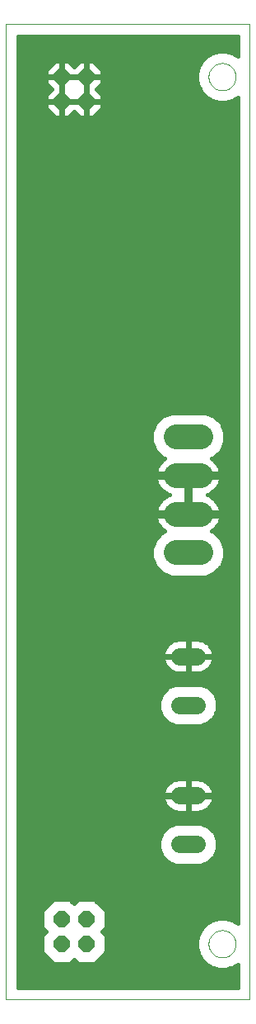
<source format=gtl>
G75*
%MOIN*%
%OFA0B0*%
%FSLAX24Y24*%
%IPPOS*%
%LPD*%
%AMOC8*
5,1,8,0,0,1.08239X$1,22.5*
%
%ADD10C,0.0000*%
%ADD11OC8,0.0640*%
%ADD12C,0.0710*%
%ADD13C,0.1004*%
%ADD14C,0.0160*%
D10*
X057015Y003890D02*
X057015Y043260D01*
X066882Y043260D01*
X066882Y003890D01*
X057015Y003890D01*
X065215Y006140D02*
X065217Y006187D01*
X065223Y006233D01*
X065233Y006279D01*
X065246Y006323D01*
X065264Y006367D01*
X065285Y006408D01*
X065309Y006448D01*
X065337Y006486D01*
X065368Y006521D01*
X065402Y006553D01*
X065438Y006582D01*
X065477Y006608D01*
X065517Y006631D01*
X065560Y006650D01*
X065604Y006666D01*
X065649Y006678D01*
X065695Y006686D01*
X065742Y006690D01*
X065788Y006690D01*
X065835Y006686D01*
X065881Y006678D01*
X065926Y006666D01*
X065970Y006650D01*
X066013Y006631D01*
X066053Y006608D01*
X066092Y006582D01*
X066128Y006553D01*
X066162Y006521D01*
X066193Y006486D01*
X066221Y006448D01*
X066245Y006408D01*
X066266Y006367D01*
X066284Y006323D01*
X066297Y006279D01*
X066307Y006233D01*
X066313Y006187D01*
X066315Y006140D01*
X066313Y006093D01*
X066307Y006047D01*
X066297Y006001D01*
X066284Y005957D01*
X066266Y005913D01*
X066245Y005872D01*
X066221Y005832D01*
X066193Y005794D01*
X066162Y005759D01*
X066128Y005727D01*
X066092Y005698D01*
X066053Y005672D01*
X066013Y005649D01*
X065970Y005630D01*
X065926Y005614D01*
X065881Y005602D01*
X065835Y005594D01*
X065788Y005590D01*
X065742Y005590D01*
X065695Y005594D01*
X065649Y005602D01*
X065604Y005614D01*
X065560Y005630D01*
X065517Y005649D01*
X065477Y005672D01*
X065438Y005698D01*
X065402Y005727D01*
X065368Y005759D01*
X065337Y005794D01*
X065309Y005832D01*
X065285Y005872D01*
X065264Y005913D01*
X065246Y005957D01*
X065233Y006001D01*
X065223Y006047D01*
X065217Y006093D01*
X065215Y006140D01*
X065215Y041140D02*
X065217Y041187D01*
X065223Y041233D01*
X065233Y041279D01*
X065246Y041323D01*
X065264Y041367D01*
X065285Y041408D01*
X065309Y041448D01*
X065337Y041486D01*
X065368Y041521D01*
X065402Y041553D01*
X065438Y041582D01*
X065477Y041608D01*
X065517Y041631D01*
X065560Y041650D01*
X065604Y041666D01*
X065649Y041678D01*
X065695Y041686D01*
X065742Y041690D01*
X065788Y041690D01*
X065835Y041686D01*
X065881Y041678D01*
X065926Y041666D01*
X065970Y041650D01*
X066013Y041631D01*
X066053Y041608D01*
X066092Y041582D01*
X066128Y041553D01*
X066162Y041521D01*
X066193Y041486D01*
X066221Y041448D01*
X066245Y041408D01*
X066266Y041367D01*
X066284Y041323D01*
X066297Y041279D01*
X066307Y041233D01*
X066313Y041187D01*
X066315Y041140D01*
X066313Y041093D01*
X066307Y041047D01*
X066297Y041001D01*
X066284Y040957D01*
X066266Y040913D01*
X066245Y040872D01*
X066221Y040832D01*
X066193Y040794D01*
X066162Y040759D01*
X066128Y040727D01*
X066092Y040698D01*
X066053Y040672D01*
X066013Y040649D01*
X065970Y040630D01*
X065926Y040614D01*
X065881Y040602D01*
X065835Y040594D01*
X065788Y040590D01*
X065742Y040590D01*
X065695Y040594D01*
X065649Y040602D01*
X065604Y040614D01*
X065560Y040630D01*
X065517Y040649D01*
X065477Y040672D01*
X065438Y040698D01*
X065402Y040727D01*
X065368Y040759D01*
X065337Y040794D01*
X065309Y040832D01*
X065285Y040872D01*
X065264Y040913D01*
X065246Y040957D01*
X065233Y041001D01*
X065223Y041047D01*
X065217Y041093D01*
X065215Y041140D01*
D11*
X060265Y041140D03*
X059265Y041140D03*
X059265Y040140D03*
X060265Y040140D03*
X060265Y007140D03*
X059265Y007140D03*
X059265Y006140D03*
X060265Y006140D03*
D12*
X064035Y010156D02*
X064745Y010156D01*
X064745Y012124D02*
X064035Y012124D01*
X064035Y015781D02*
X064745Y015781D01*
X064745Y017749D02*
X064035Y017749D01*
D13*
X063888Y021926D02*
X064892Y021926D01*
X064892Y023485D02*
X063888Y023485D01*
X063888Y025045D02*
X064892Y025045D01*
X064892Y026604D02*
X063888Y026604D01*
D14*
X063244Y027348D02*
X057495Y027348D01*
X057495Y027190D02*
X063085Y027190D01*
X063056Y027160D02*
X062906Y026799D01*
X062906Y026408D01*
X063056Y026047D01*
X063332Y025771D01*
X063431Y025730D01*
X063430Y025729D01*
X063345Y025664D01*
X063269Y025588D01*
X063203Y025502D01*
X063149Y025409D01*
X063108Y025309D01*
X063080Y025205D01*
X063070Y025125D01*
X064310Y025125D01*
X064310Y024965D01*
X063070Y024965D01*
X063080Y024884D01*
X063108Y024780D01*
X063149Y024680D01*
X063203Y024587D01*
X063269Y024501D01*
X063345Y024425D01*
X063430Y024360D01*
X063524Y024306D01*
X063622Y024265D01*
X063524Y024224D01*
X063430Y024170D01*
X063345Y024105D01*
X063269Y024029D01*
X063203Y023943D01*
X063149Y023850D01*
X063108Y023750D01*
X063080Y023646D01*
X063070Y023565D01*
X064310Y023565D01*
X064310Y023405D01*
X063070Y023405D01*
X063080Y023325D01*
X063108Y023221D01*
X063149Y023121D01*
X063203Y023028D01*
X063269Y022942D01*
X063345Y022866D01*
X063430Y022801D01*
X063431Y022800D01*
X063332Y022759D01*
X063056Y022483D01*
X062906Y022122D01*
X062906Y021731D01*
X063056Y021370D01*
X063332Y021094D01*
X063693Y020944D01*
X065087Y020944D01*
X065448Y021094D01*
X065724Y021370D01*
X065874Y021731D01*
X065874Y022122D01*
X065724Y022483D01*
X065448Y022759D01*
X065349Y022800D01*
X065350Y022801D01*
X065435Y022866D01*
X065511Y022942D01*
X065577Y023028D01*
X065631Y023121D01*
X065672Y023221D01*
X065700Y023325D01*
X065710Y023405D01*
X064470Y023405D01*
X064470Y023565D01*
X065710Y023565D01*
X065700Y023646D01*
X065672Y023750D01*
X065631Y023850D01*
X065577Y023943D01*
X065511Y024029D01*
X065435Y024105D01*
X065350Y024170D01*
X065256Y024224D01*
X065158Y024265D01*
X065256Y024306D01*
X065350Y024360D01*
X065435Y024425D01*
X065511Y024501D01*
X065577Y024587D01*
X065631Y024680D01*
X065672Y024780D01*
X065700Y024884D01*
X065710Y024965D01*
X064470Y024965D01*
X064470Y025125D01*
X065710Y025125D01*
X065700Y025205D01*
X065672Y025309D01*
X065631Y025409D01*
X065577Y025502D01*
X065511Y025588D01*
X065435Y025664D01*
X065350Y025729D01*
X065349Y025730D01*
X065448Y025771D01*
X065724Y026047D01*
X065874Y026408D01*
X065874Y026799D01*
X065724Y027160D01*
X065448Y027436D01*
X065087Y027586D01*
X063693Y027586D01*
X063332Y027436D01*
X063056Y027160D01*
X063002Y027031D02*
X057495Y027031D01*
X057495Y026873D02*
X062937Y026873D01*
X062906Y026714D02*
X057495Y026714D01*
X057495Y026556D02*
X062906Y026556D01*
X062911Y026397D02*
X057495Y026397D01*
X057495Y026239D02*
X062976Y026239D01*
X063042Y026080D02*
X057495Y026080D01*
X057495Y025922D02*
X063181Y025922D01*
X063351Y025763D02*
X057495Y025763D01*
X057495Y025605D02*
X063286Y025605D01*
X063171Y025446D02*
X057495Y025446D01*
X057495Y025288D02*
X063102Y025288D01*
X063070Y025129D02*
X057495Y025129D01*
X057495Y024971D02*
X064310Y024971D01*
X064310Y024965D02*
X064470Y024965D01*
X064470Y024223D01*
X064470Y023565D01*
X064310Y023565D01*
X064310Y024965D01*
X064310Y024812D02*
X064470Y024812D01*
X064470Y024654D02*
X064310Y024654D01*
X064310Y024495D02*
X064470Y024495D01*
X064470Y024337D02*
X064310Y024337D01*
X064310Y024178D02*
X064470Y024178D01*
X064470Y024020D02*
X064310Y024020D01*
X064310Y023861D02*
X064470Y023861D01*
X064470Y023703D02*
X064310Y023703D01*
X064310Y023544D02*
X057495Y023544D01*
X057495Y023386D02*
X063072Y023386D01*
X063106Y023227D02*
X057495Y023227D01*
X057495Y023069D02*
X063180Y023069D01*
X063301Y022910D02*
X057495Y022910D01*
X057495Y022752D02*
X063324Y022752D01*
X063166Y022593D02*
X057495Y022593D01*
X057495Y022435D02*
X063036Y022435D01*
X062970Y022276D02*
X057495Y022276D01*
X057495Y022118D02*
X062906Y022118D01*
X062906Y021959D02*
X057495Y021959D01*
X057495Y021801D02*
X062906Y021801D01*
X062943Y021642D02*
X057495Y021642D01*
X057495Y021484D02*
X063009Y021484D01*
X063101Y021325D02*
X057495Y021325D01*
X057495Y021167D02*
X063259Y021167D01*
X063539Y021008D02*
X057495Y021008D01*
X057495Y020850D02*
X066402Y020850D01*
X066402Y021008D02*
X065241Y021008D01*
X065521Y021167D02*
X066402Y021167D01*
X066402Y021325D02*
X065679Y021325D01*
X065771Y021484D02*
X066402Y021484D01*
X066402Y021642D02*
X065837Y021642D01*
X065874Y021801D02*
X066402Y021801D01*
X066402Y021959D02*
X065874Y021959D01*
X065874Y022118D02*
X066402Y022118D01*
X066402Y022276D02*
X065810Y022276D01*
X065744Y022435D02*
X066402Y022435D01*
X066402Y022593D02*
X065614Y022593D01*
X065456Y022752D02*
X066402Y022752D01*
X066402Y022910D02*
X065479Y022910D01*
X065600Y023069D02*
X066402Y023069D01*
X066402Y023227D02*
X065674Y023227D01*
X065708Y023386D02*
X066402Y023386D01*
X066402Y023544D02*
X064470Y023544D01*
X063262Y024020D02*
X057495Y024020D01*
X057495Y024178D02*
X063444Y024178D01*
X063470Y024337D02*
X057495Y024337D01*
X057495Y024495D02*
X063275Y024495D01*
X063165Y024654D02*
X057495Y024654D01*
X057495Y024812D02*
X063099Y024812D01*
X063156Y023861D02*
X057495Y023861D01*
X057495Y023703D02*
X063095Y023703D01*
X064470Y024971D02*
X066402Y024971D01*
X066402Y025129D02*
X065710Y025129D01*
X065678Y025288D02*
X066402Y025288D01*
X066402Y025446D02*
X065609Y025446D01*
X065494Y025605D02*
X066402Y025605D01*
X066402Y025763D02*
X065429Y025763D01*
X065599Y025922D02*
X066402Y025922D01*
X066402Y026080D02*
X065738Y026080D01*
X065804Y026239D02*
X066402Y026239D01*
X066402Y026397D02*
X065869Y026397D01*
X065874Y026556D02*
X066402Y026556D01*
X066402Y026714D02*
X065874Y026714D01*
X065843Y026873D02*
X066402Y026873D01*
X066402Y027031D02*
X065778Y027031D01*
X065695Y027190D02*
X066402Y027190D01*
X066402Y027348D02*
X065536Y027348D01*
X065278Y027507D02*
X066402Y027507D01*
X066402Y027665D02*
X057495Y027665D01*
X057495Y027507D02*
X063502Y027507D01*
X066402Y027824D02*
X057495Y027824D01*
X057495Y027982D02*
X066402Y027982D01*
X066402Y028141D02*
X057495Y028141D01*
X057495Y028299D02*
X066402Y028299D01*
X066402Y028458D02*
X057495Y028458D01*
X057495Y028616D02*
X066402Y028616D01*
X066402Y028775D02*
X057495Y028775D01*
X057495Y028933D02*
X066402Y028933D01*
X066402Y029092D02*
X057495Y029092D01*
X057495Y029250D02*
X066402Y029250D01*
X066402Y029409D02*
X057495Y029409D01*
X057495Y029567D02*
X066402Y029567D01*
X066402Y029726D02*
X057495Y029726D01*
X057495Y029884D02*
X066402Y029884D01*
X066402Y030043D02*
X057495Y030043D01*
X057495Y030201D02*
X066402Y030201D01*
X066402Y030360D02*
X057495Y030360D01*
X057495Y030518D02*
X066402Y030518D01*
X066402Y030677D02*
X057495Y030677D01*
X057495Y030835D02*
X066402Y030835D01*
X066402Y030994D02*
X057495Y030994D01*
X057495Y031152D02*
X066402Y031152D01*
X066402Y031311D02*
X057495Y031311D01*
X057495Y031469D02*
X066402Y031469D01*
X066402Y031628D02*
X057495Y031628D01*
X057495Y031786D02*
X066402Y031786D01*
X066402Y031945D02*
X057495Y031945D01*
X057495Y032103D02*
X066402Y032103D01*
X066402Y032262D02*
X057495Y032262D01*
X057495Y032420D02*
X066402Y032420D01*
X066402Y032579D02*
X057495Y032579D01*
X057495Y032737D02*
X066402Y032737D01*
X066402Y032896D02*
X057495Y032896D01*
X057495Y033054D02*
X066402Y033054D01*
X066402Y033213D02*
X057495Y033213D01*
X057495Y033371D02*
X066402Y033371D01*
X066402Y033530D02*
X057495Y033530D01*
X057495Y033688D02*
X066402Y033688D01*
X066402Y033847D02*
X057495Y033847D01*
X057495Y034005D02*
X066402Y034005D01*
X066402Y034164D02*
X057495Y034164D01*
X057495Y034322D02*
X066402Y034322D01*
X066402Y034481D02*
X057495Y034481D01*
X057495Y034639D02*
X066402Y034639D01*
X066402Y034798D02*
X057495Y034798D01*
X057495Y034956D02*
X066402Y034956D01*
X066402Y035115D02*
X057495Y035115D01*
X057495Y035273D02*
X066402Y035273D01*
X066402Y035432D02*
X057495Y035432D01*
X057495Y035590D02*
X066402Y035590D01*
X066402Y035749D02*
X057495Y035749D01*
X057495Y035907D02*
X066402Y035907D01*
X066402Y036066D02*
X057495Y036066D01*
X057495Y036224D02*
X066402Y036224D01*
X066402Y036383D02*
X057495Y036383D01*
X057495Y036541D02*
X066402Y036541D01*
X066402Y036700D02*
X057495Y036700D01*
X057495Y036858D02*
X066402Y036858D01*
X066402Y037017D02*
X057495Y037017D01*
X057495Y037175D02*
X066402Y037175D01*
X066402Y037334D02*
X057495Y037334D01*
X057495Y037492D02*
X066402Y037492D01*
X066402Y037651D02*
X057495Y037651D01*
X057495Y037809D02*
X066402Y037809D01*
X066402Y037968D02*
X057495Y037968D01*
X057495Y038126D02*
X066402Y038126D01*
X066402Y038285D02*
X057495Y038285D01*
X057495Y038443D02*
X066402Y038443D01*
X066402Y038602D02*
X057495Y038602D01*
X057495Y038760D02*
X066402Y038760D01*
X066402Y038919D02*
X057495Y038919D01*
X057495Y039077D02*
X066402Y039077D01*
X066402Y039236D02*
X057495Y039236D01*
X057495Y039394D02*
X066402Y039394D01*
X066402Y039553D02*
X060583Y039553D01*
X060530Y039500D02*
X060905Y039875D01*
X060905Y040120D01*
X060285Y040120D01*
X060285Y040160D01*
X060905Y040160D01*
X060905Y040405D01*
X060670Y040640D01*
X060905Y040875D01*
X060905Y041120D01*
X060285Y041120D01*
X060285Y041160D01*
X060905Y041160D01*
X060905Y041405D01*
X060530Y041780D01*
X060285Y041780D01*
X060285Y041160D01*
X060245Y041160D01*
X060245Y041780D01*
X060000Y041780D01*
X059765Y041545D01*
X059530Y041780D01*
X059285Y041780D01*
X059285Y041160D01*
X059245Y041160D01*
X059245Y041780D01*
X059000Y041780D01*
X058625Y041405D01*
X058625Y041160D01*
X059245Y041160D01*
X059245Y041120D01*
X058625Y041120D01*
X058625Y040875D01*
X058860Y040640D01*
X058625Y040405D01*
X058625Y040160D01*
X059245Y040160D01*
X059245Y041120D01*
X059285Y041120D01*
X059285Y041160D01*
X060245Y041160D01*
X060245Y041120D01*
X059625Y041120D01*
X059285Y041120D01*
X059285Y040500D01*
X059285Y040160D01*
X059245Y040160D01*
X059245Y040120D01*
X059285Y040120D01*
X059285Y040160D01*
X060245Y040160D01*
X060245Y041120D01*
X060285Y041120D01*
X060285Y040500D01*
X060285Y040160D01*
X060245Y040160D01*
X060245Y040120D01*
X060285Y040120D01*
X060285Y039500D01*
X060530Y039500D01*
X060285Y039553D02*
X060245Y039553D01*
X060245Y039500D02*
X060245Y040120D01*
X059625Y040120D01*
X059285Y040120D01*
X059285Y039500D01*
X059530Y039500D01*
X059765Y039735D01*
X060000Y039500D01*
X060245Y039500D01*
X060245Y039711D02*
X060285Y039711D01*
X060285Y039870D02*
X060245Y039870D01*
X060245Y040028D02*
X060285Y040028D01*
X060285Y040187D02*
X060245Y040187D01*
X060245Y040345D02*
X060285Y040345D01*
X060285Y040504D02*
X060245Y040504D01*
X060245Y040662D02*
X060285Y040662D01*
X060285Y040821D02*
X060245Y040821D01*
X060245Y040979D02*
X060285Y040979D01*
X060285Y041138D02*
X064735Y041138D01*
X064735Y041004D02*
X064735Y041276D01*
X064805Y041538D01*
X064941Y041772D01*
X065133Y041964D01*
X065367Y042100D01*
X065629Y042170D01*
X065901Y042170D01*
X066163Y042100D01*
X066397Y041964D01*
X066402Y041960D01*
X066402Y042780D01*
X057495Y042780D01*
X057495Y004370D01*
X066402Y004370D01*
X066402Y005320D01*
X066397Y005316D01*
X066163Y005180D01*
X065901Y005110D01*
X065629Y005110D01*
X065367Y005180D01*
X065133Y005316D01*
X064941Y005508D01*
X064805Y005742D01*
X064735Y006004D01*
X064735Y006276D01*
X064805Y006538D01*
X064941Y006772D01*
X065133Y006964D01*
X065367Y007100D01*
X065629Y007170D01*
X065901Y007170D01*
X066163Y007100D01*
X066397Y006964D01*
X066402Y006960D01*
X066402Y040320D01*
X066397Y040316D01*
X066163Y040180D01*
X065901Y040110D01*
X065629Y040110D01*
X065367Y040180D01*
X065133Y040316D01*
X064941Y040508D01*
X064805Y040742D01*
X064735Y041004D01*
X064742Y040979D02*
X060905Y040979D01*
X060851Y040821D02*
X064784Y040821D01*
X064852Y040662D02*
X060692Y040662D01*
X060807Y040504D02*
X064945Y040504D01*
X065103Y040345D02*
X060905Y040345D01*
X060905Y040187D02*
X065356Y040187D01*
X066174Y040187D02*
X066402Y040187D01*
X066402Y040028D02*
X060905Y040028D01*
X060900Y039870D02*
X066402Y039870D01*
X066402Y039711D02*
X060741Y039711D01*
X059947Y039553D02*
X059583Y039553D01*
X059741Y039711D02*
X059789Y039711D01*
X059285Y039711D02*
X059245Y039711D01*
X059245Y039553D02*
X059285Y039553D01*
X059245Y039500D02*
X059245Y040120D01*
X058625Y040120D01*
X058625Y039875D01*
X059000Y039500D01*
X059245Y039500D01*
X058947Y039553D02*
X057495Y039553D01*
X057495Y039711D02*
X058789Y039711D01*
X058630Y039870D02*
X057495Y039870D01*
X057495Y040028D02*
X058625Y040028D01*
X058625Y040187D02*
X057495Y040187D01*
X057495Y040345D02*
X058625Y040345D01*
X058723Y040504D02*
X057495Y040504D01*
X057495Y040662D02*
X058838Y040662D01*
X058679Y040821D02*
X057495Y040821D01*
X057495Y040979D02*
X058625Y040979D01*
X058625Y041296D02*
X057495Y041296D01*
X057495Y041138D02*
X059245Y041138D01*
X059285Y041138D02*
X060245Y041138D01*
X060245Y041296D02*
X060285Y041296D01*
X060285Y041455D02*
X060245Y041455D01*
X060245Y041613D02*
X060285Y041613D01*
X060285Y041772D02*
X060245Y041772D01*
X059991Y041772D02*
X059539Y041772D01*
X059697Y041613D02*
X059833Y041613D01*
X059285Y041613D02*
X059245Y041613D01*
X059245Y041455D02*
X059285Y041455D01*
X059285Y041296D02*
X059245Y041296D01*
X059245Y040979D02*
X059285Y040979D01*
X059285Y040821D02*
X059245Y040821D01*
X059245Y040662D02*
X059285Y040662D01*
X059285Y040504D02*
X059245Y040504D01*
X059245Y040345D02*
X059285Y040345D01*
X059285Y040187D02*
X059245Y040187D01*
X059245Y040028D02*
X059285Y040028D01*
X059285Y039870D02*
X059245Y039870D01*
X058674Y041455D02*
X057495Y041455D01*
X057495Y041613D02*
X058833Y041613D01*
X058991Y041772D02*
X057495Y041772D01*
X057495Y041930D02*
X065098Y041930D01*
X064940Y041772D02*
X060539Y041772D01*
X060697Y041613D02*
X064849Y041613D01*
X064783Y041455D02*
X060856Y041455D01*
X060905Y041296D02*
X064740Y041296D01*
X065348Y042089D02*
X057495Y042089D01*
X057495Y042247D02*
X066402Y042247D01*
X066402Y042089D02*
X066182Y042089D01*
X066402Y042406D02*
X057495Y042406D01*
X057495Y042564D02*
X066402Y042564D01*
X066402Y042723D02*
X057495Y042723D01*
X059245Y041772D02*
X059285Y041772D01*
X065681Y024812D02*
X066402Y024812D01*
X066402Y024654D02*
X065615Y024654D01*
X065505Y024495D02*
X066402Y024495D01*
X066402Y024337D02*
X065310Y024337D01*
X065336Y024178D02*
X066402Y024178D01*
X066402Y024020D02*
X065518Y024020D01*
X065624Y023861D02*
X066402Y023861D01*
X066402Y023703D02*
X065685Y023703D01*
X066402Y020691D02*
X057495Y020691D01*
X057495Y020533D02*
X066402Y020533D01*
X066402Y020374D02*
X057495Y020374D01*
X057495Y020216D02*
X066402Y020216D01*
X066402Y020057D02*
X057495Y020057D01*
X057495Y019899D02*
X066402Y019899D01*
X066402Y019740D02*
X057495Y019740D01*
X057495Y019582D02*
X066402Y019582D01*
X066402Y019423D02*
X057495Y019423D01*
X057495Y019265D02*
X066402Y019265D01*
X066402Y019106D02*
X057495Y019106D01*
X057495Y018948D02*
X066402Y018948D01*
X066402Y018789D02*
X057495Y018789D01*
X057495Y018631D02*
X066402Y018631D01*
X066402Y018472D02*
X057495Y018472D01*
X057495Y018314D02*
X063662Y018314D01*
X063659Y018312D02*
X063589Y018258D01*
X063526Y018195D01*
X063473Y018125D01*
X063428Y018048D01*
X063394Y017967D01*
X063372Y017881D01*
X063360Y017793D01*
X063360Y017787D01*
X064352Y017787D01*
X064352Y017712D01*
X063360Y017712D01*
X063360Y017705D01*
X063372Y017617D01*
X063394Y017532D01*
X063428Y017450D01*
X063473Y017373D01*
X063526Y017303D01*
X063589Y017241D01*
X063659Y017187D01*
X063736Y017143D01*
X063818Y017109D01*
X063903Y017086D01*
X063991Y017074D01*
X064352Y017074D01*
X064352Y017712D01*
X064428Y017712D01*
X064428Y017787D01*
X065420Y017787D01*
X065420Y017793D01*
X065408Y017881D01*
X065386Y017967D01*
X065352Y018048D01*
X065307Y018125D01*
X065254Y018195D01*
X065191Y018258D01*
X065121Y018312D01*
X065044Y018356D01*
X064962Y018390D01*
X064877Y018413D01*
X064789Y018424D01*
X064428Y018424D01*
X064428Y017787D01*
X064352Y017787D01*
X064352Y018424D01*
X063991Y018424D01*
X063903Y018413D01*
X063818Y018390D01*
X063736Y018356D01*
X063659Y018312D01*
X063496Y018155D02*
X057495Y018155D01*
X057495Y017997D02*
X063407Y017997D01*
X063366Y017838D02*
X057495Y017838D01*
X057495Y017680D02*
X063363Y017680D01*
X063399Y017521D02*
X057495Y017521D01*
X057495Y017363D02*
X063481Y017363D01*
X063637Y017204D02*
X057495Y017204D01*
X057495Y017046D02*
X066402Y017046D01*
X066402Y017204D02*
X065143Y017204D01*
X065121Y017187D02*
X065191Y017241D01*
X065254Y017303D01*
X065307Y017373D01*
X065352Y017450D01*
X065386Y017532D01*
X065408Y017617D01*
X065420Y017705D01*
X065420Y017712D01*
X064428Y017712D01*
X064428Y017074D01*
X064789Y017074D01*
X064877Y017086D01*
X064962Y017109D01*
X065044Y017143D01*
X065121Y017187D01*
X065299Y017363D02*
X066402Y017363D01*
X066402Y017521D02*
X065381Y017521D01*
X065417Y017680D02*
X066402Y017680D01*
X066402Y017838D02*
X065414Y017838D01*
X065373Y017997D02*
X066402Y017997D01*
X066402Y018155D02*
X065284Y018155D01*
X065118Y018314D02*
X066402Y018314D01*
X066402Y016887D02*
X057495Y016887D01*
X057495Y016729D02*
X066402Y016729D01*
X066402Y016570D02*
X065021Y016570D01*
X064911Y016616D02*
X063869Y016616D01*
X063562Y016489D01*
X063327Y016254D01*
X063200Y015947D01*
X063200Y015615D01*
X063327Y015308D01*
X063562Y015073D01*
X063869Y014946D01*
X064911Y014946D01*
X065218Y015073D01*
X065453Y015308D01*
X065580Y015615D01*
X065580Y015947D01*
X065453Y016254D01*
X065218Y016489D01*
X064911Y016616D01*
X065295Y016412D02*
X066402Y016412D01*
X066402Y016253D02*
X065453Y016253D01*
X065519Y016095D02*
X066402Y016095D01*
X066402Y015936D02*
X065580Y015936D01*
X065580Y015778D02*
X066402Y015778D01*
X066402Y015619D02*
X065580Y015619D01*
X065516Y015461D02*
X066402Y015461D01*
X066402Y015302D02*
X065447Y015302D01*
X065289Y015144D02*
X066402Y015144D01*
X066402Y014985D02*
X065006Y014985D01*
X063774Y014985D02*
X057495Y014985D01*
X057495Y014827D02*
X066402Y014827D01*
X066402Y014668D02*
X057495Y014668D01*
X057495Y014510D02*
X066402Y014510D01*
X066402Y014351D02*
X057495Y014351D01*
X057495Y014193D02*
X066402Y014193D01*
X066402Y014034D02*
X057495Y014034D01*
X057495Y013876D02*
X066402Y013876D01*
X066402Y013717D02*
X057495Y013717D01*
X057495Y013559D02*
X066402Y013559D01*
X066402Y013400D02*
X057495Y013400D01*
X057495Y013242D02*
X066402Y013242D01*
X066402Y013083D02*
X057495Y013083D01*
X057495Y012925D02*
X066402Y012925D01*
X066402Y012766D02*
X064958Y012766D01*
X064962Y012765D02*
X064877Y012788D01*
X064789Y012799D01*
X064428Y012799D01*
X064428Y012162D01*
X065420Y012162D01*
X065420Y012168D01*
X065408Y012256D01*
X065386Y012342D01*
X065352Y012423D01*
X065307Y012500D01*
X065254Y012570D01*
X065191Y012633D01*
X065121Y012687D01*
X065044Y012731D01*
X064962Y012765D01*
X065216Y012608D02*
X066402Y012608D01*
X066402Y012449D02*
X065337Y012449D01*
X065399Y012291D02*
X066402Y012291D01*
X066402Y012132D02*
X064428Y012132D01*
X064428Y012162D02*
X064428Y012087D01*
X065420Y012087D01*
X065420Y012080D01*
X065408Y011992D01*
X065386Y011907D01*
X065352Y011825D01*
X065307Y011748D01*
X065254Y011678D01*
X065191Y011616D01*
X065121Y011562D01*
X065044Y011518D01*
X064962Y011484D01*
X064877Y011461D01*
X064789Y011449D01*
X064428Y011449D01*
X064428Y012087D01*
X064352Y012087D01*
X063360Y012087D01*
X063360Y012080D01*
X063372Y011992D01*
X063394Y011907D01*
X063428Y011825D01*
X063473Y011748D01*
X063526Y011678D01*
X063589Y011616D01*
X063659Y011562D01*
X063736Y011518D01*
X063818Y011484D01*
X063903Y011461D01*
X063991Y011449D01*
X064352Y011449D01*
X064352Y012087D01*
X064352Y012162D01*
X063360Y012162D01*
X063360Y012168D01*
X063372Y012256D01*
X063394Y012342D01*
X063428Y012423D01*
X063473Y012500D01*
X063526Y012570D01*
X063589Y012633D01*
X063659Y012687D01*
X063736Y012731D01*
X063818Y012765D01*
X063903Y012788D01*
X063991Y012799D01*
X064352Y012799D01*
X064352Y012162D01*
X064428Y012162D01*
X064352Y012132D02*
X057495Y012132D01*
X057495Y011974D02*
X063377Y011974D01*
X063434Y011815D02*
X057495Y011815D01*
X057495Y011657D02*
X063548Y011657D01*
X063783Y011498D02*
X057495Y011498D01*
X057495Y011340D02*
X066402Y011340D01*
X066402Y011498D02*
X064997Y011498D01*
X065232Y011657D02*
X066402Y011657D01*
X066402Y011815D02*
X065346Y011815D01*
X065403Y011974D02*
X066402Y011974D01*
X066402Y011181D02*
X057495Y011181D01*
X057495Y011023D02*
X066402Y011023D01*
X066402Y010864D02*
X065217Y010864D01*
X065218Y010864D02*
X064911Y010991D01*
X063869Y010991D01*
X063562Y010864D01*
X063327Y010629D01*
X063200Y010322D01*
X063200Y009990D01*
X063327Y009683D01*
X063562Y009448D01*
X063869Y009321D01*
X064911Y009321D01*
X065218Y009448D01*
X065453Y009683D01*
X065580Y009990D01*
X065580Y010322D01*
X065453Y010629D01*
X065218Y010864D01*
X065376Y010706D02*
X066402Y010706D01*
X066402Y010547D02*
X065487Y010547D01*
X065552Y010389D02*
X066402Y010389D01*
X066402Y010230D02*
X065580Y010230D01*
X065580Y010072D02*
X066402Y010072D01*
X066402Y009913D02*
X065548Y009913D01*
X065483Y009755D02*
X066402Y009755D01*
X066402Y009596D02*
X065366Y009596D01*
X065193Y009438D02*
X066402Y009438D01*
X066402Y009279D02*
X057495Y009279D01*
X057495Y009121D02*
X066402Y009121D01*
X066402Y008962D02*
X057495Y008962D01*
X057495Y008804D02*
X066402Y008804D01*
X066402Y008645D02*
X057495Y008645D01*
X057495Y008487D02*
X066402Y008487D01*
X066402Y008328D02*
X057495Y008328D01*
X057495Y008170D02*
X066402Y008170D01*
X066402Y008011D02*
X057495Y008011D01*
X057495Y007853D02*
X058846Y007853D01*
X058934Y007940D02*
X058465Y007471D01*
X058465Y006809D01*
X058634Y006640D01*
X058465Y006471D01*
X058465Y005809D01*
X058934Y005340D01*
X059596Y005340D01*
X059765Y005509D01*
X059934Y005340D01*
X060596Y005340D01*
X061065Y005809D01*
X061065Y006471D01*
X060896Y006640D01*
X061065Y006809D01*
X061065Y007471D01*
X060596Y007940D01*
X059934Y007940D01*
X059765Y007771D01*
X059596Y007940D01*
X058934Y007940D01*
X058688Y007694D02*
X057495Y007694D01*
X057495Y007536D02*
X058529Y007536D01*
X058465Y007377D02*
X057495Y007377D01*
X057495Y007219D02*
X058465Y007219D01*
X058465Y007060D02*
X057495Y007060D01*
X057495Y006902D02*
X058465Y006902D01*
X058531Y006743D02*
X057495Y006743D01*
X057495Y006585D02*
X058578Y006585D01*
X058465Y006426D02*
X057495Y006426D01*
X057495Y006268D02*
X058465Y006268D01*
X058465Y006109D02*
X057495Y006109D01*
X057495Y005951D02*
X058465Y005951D01*
X058482Y005792D02*
X057495Y005792D01*
X057495Y005634D02*
X058640Y005634D01*
X058799Y005475D02*
X057495Y005475D01*
X057495Y005317D02*
X065132Y005317D01*
X064973Y005475D02*
X060731Y005475D01*
X060890Y005634D02*
X064868Y005634D01*
X064792Y005792D02*
X061048Y005792D01*
X061065Y005951D02*
X064749Y005951D01*
X064735Y006109D02*
X061065Y006109D01*
X061065Y006268D02*
X064735Y006268D01*
X064775Y006426D02*
X061065Y006426D01*
X060952Y006585D02*
X064832Y006585D01*
X064924Y006743D02*
X060999Y006743D01*
X061065Y006902D02*
X065070Y006902D01*
X065298Y007060D02*
X061065Y007060D01*
X061065Y007219D02*
X066402Y007219D01*
X066402Y007377D02*
X061065Y007377D01*
X061001Y007536D02*
X066402Y007536D01*
X066402Y007694D02*
X060842Y007694D01*
X060684Y007853D02*
X066402Y007853D01*
X066402Y007060D02*
X066232Y007060D01*
X066398Y005317D02*
X066402Y005317D01*
X066402Y005158D02*
X066080Y005158D01*
X066402Y005000D02*
X057495Y005000D01*
X057495Y005158D02*
X065450Y005158D01*
X066402Y004841D02*
X057495Y004841D01*
X057495Y004683D02*
X066402Y004683D01*
X066402Y004524D02*
X057495Y004524D01*
X059731Y005475D02*
X059799Y005475D01*
X059846Y007853D02*
X059684Y007853D01*
X057495Y009438D02*
X063587Y009438D01*
X063414Y009596D02*
X057495Y009596D01*
X057495Y009755D02*
X063297Y009755D01*
X063232Y009913D02*
X057495Y009913D01*
X057495Y010072D02*
X063200Y010072D01*
X063200Y010230D02*
X057495Y010230D01*
X057495Y010389D02*
X063228Y010389D01*
X063293Y010547D02*
X057495Y010547D01*
X057495Y010706D02*
X063404Y010706D01*
X063563Y010864D02*
X057495Y010864D01*
X057495Y012291D02*
X063381Y012291D01*
X063443Y012449D02*
X057495Y012449D01*
X057495Y012608D02*
X063564Y012608D01*
X063822Y012766D02*
X057495Y012766D01*
X057495Y015144D02*
X063491Y015144D01*
X063333Y015302D02*
X057495Y015302D01*
X057495Y015461D02*
X063264Y015461D01*
X063200Y015619D02*
X057495Y015619D01*
X057495Y015778D02*
X063200Y015778D01*
X063200Y015936D02*
X057495Y015936D01*
X057495Y016095D02*
X063261Y016095D01*
X063327Y016253D02*
X057495Y016253D01*
X057495Y016412D02*
X063485Y016412D01*
X063759Y016570D02*
X057495Y016570D01*
X064352Y017204D02*
X064428Y017204D01*
X064428Y017363D02*
X064352Y017363D01*
X064352Y017521D02*
X064428Y017521D01*
X064428Y017680D02*
X064352Y017680D01*
X064352Y017838D02*
X064428Y017838D01*
X064428Y017997D02*
X064352Y017997D01*
X064352Y018155D02*
X064428Y018155D01*
X064428Y018314D02*
X064352Y018314D01*
X064352Y012766D02*
X064428Y012766D01*
X064428Y012608D02*
X064352Y012608D01*
X064352Y012449D02*
X064428Y012449D01*
X064428Y012291D02*
X064352Y012291D01*
X064352Y011974D02*
X064428Y011974D01*
X064428Y011815D02*
X064352Y011815D01*
X064352Y011657D02*
X064428Y011657D01*
X064428Y011498D02*
X064352Y011498D01*
M02*

</source>
